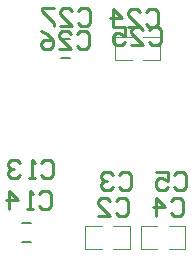
<source format=gbo>
G04 Layer_Color=13813960*
%FSLAX25Y25*%
%MOIN*%
G70*
G01*
G75*
%ADD73C,0.01000*%
%ADD91C,0.00787*%
%ADD93C,0.00394*%
D73*
X214701Y210598D02*
X215701Y211598D01*
X217700D01*
X218700Y210598D01*
Y206600D01*
X217700Y205600D01*
X215701D01*
X214701Y206600D01*
X208703Y205600D02*
X212702D01*
X208703Y209599D01*
Y210598D01*
X209703Y211598D01*
X211702D01*
X212702Y210598D01*
X215801Y219198D02*
X216801Y220198D01*
X218800D01*
X219800Y219198D01*
Y215200D01*
X218800Y214200D01*
X216801D01*
X215801Y215200D01*
X213802Y219198D02*
X212802Y220198D01*
X210803D01*
X209803Y219198D01*
Y218199D01*
X210803Y217199D01*
X211803D01*
X210803D01*
X209803Y216199D01*
Y215200D01*
X210803Y214200D01*
X212802D01*
X213802Y215200D01*
X233201Y210598D02*
X234201Y211598D01*
X236200D01*
X237200Y210598D01*
Y206600D01*
X236200Y205600D01*
X234201D01*
X233201Y206600D01*
X228203Y205600D02*
Y211598D01*
X231202Y208599D01*
X227203D01*
X234301Y219198D02*
X235301Y220198D01*
X237300D01*
X238300Y219198D01*
Y215200D01*
X237300Y214200D01*
X235301D01*
X234301Y215200D01*
X228303Y220198D02*
X232302D01*
Y217199D01*
X230303Y218199D01*
X229303D01*
X228303Y217199D01*
Y215200D01*
X229303Y214200D01*
X231302D01*
X232302Y215200D01*
X189742Y223198D02*
X190741Y224198D01*
X192740D01*
X193740Y223198D01*
Y219200D01*
X192740Y218200D01*
X190741D01*
X189742Y219200D01*
X187742Y218200D02*
X185743D01*
X186742D01*
Y224198D01*
X187742Y223198D01*
X182744D02*
X181744Y224198D01*
X179745D01*
X178745Y223198D01*
Y222199D01*
X179745Y221199D01*
X180744D01*
X179745D01*
X178745Y220199D01*
Y219200D01*
X179745Y218200D01*
X181744D01*
X182744Y219200D01*
X189201Y212848D02*
X190201Y213847D01*
X192200D01*
X193200Y212848D01*
Y208849D01*
X192200Y207849D01*
X190201D01*
X189201Y208849D01*
X187202Y207849D02*
X185203D01*
X186202D01*
Y213847D01*
X187202Y212848D01*
X179204Y207849D02*
Y213847D01*
X182204Y210848D01*
X178205D01*
X224701Y273598D02*
X225701Y274598D01*
X227700D01*
X228700Y273598D01*
Y269600D01*
X227700Y268600D01*
X225701D01*
X224701Y269600D01*
X218703Y268600D02*
X222702D01*
X218703Y272599D01*
Y273598D01*
X219703Y274598D01*
X221702D01*
X222702Y273598D01*
X213705Y268600D02*
Y274598D01*
X216704Y271599D01*
X212705D01*
X225801Y267698D02*
X226801Y268698D01*
X228800D01*
X229800Y267698D01*
Y263700D01*
X228800Y262700D01*
X226801D01*
X225801Y263700D01*
X219803Y262700D02*
X223802D01*
X219803Y266699D01*
Y267698D01*
X220803Y268698D01*
X222802D01*
X223802Y267698D01*
X213805Y268698D02*
X217804D01*
Y265699D01*
X215805Y266699D01*
X214805D01*
X213805Y265699D01*
Y263700D01*
X214805Y262700D01*
X216804D01*
X217804Y263700D01*
X201801Y266198D02*
X202801Y267198D01*
X204800D01*
X205800Y266198D01*
Y262200D01*
X204800Y261200D01*
X202801D01*
X201801Y262200D01*
X195803Y261200D02*
X199802D01*
X195803Y265199D01*
Y266198D01*
X196803Y267198D01*
X198802D01*
X199802Y266198D01*
X189805Y267198D02*
X191805Y266198D01*
X193804Y264199D01*
Y262200D01*
X192804Y261200D01*
X190805D01*
X189805Y262200D01*
Y263199D01*
X190805Y264199D01*
X193804D01*
X202201Y274098D02*
X203201Y275098D01*
X205200D01*
X206200Y274098D01*
Y270100D01*
X205200Y269100D01*
X203201D01*
X202201Y270100D01*
X196203Y269100D02*
X200202D01*
X196203Y273099D01*
Y274098D01*
X197203Y275098D01*
X199202D01*
X200202Y274098D01*
X194204Y275098D02*
X190205D01*
Y274098D01*
X194204Y270100D01*
Y269100D01*
D91*
X183622Y197100D02*
X186378D01*
X183622Y203399D02*
X186378D01*
X196622Y258350D02*
X199378D01*
X196622Y264650D02*
X199378D01*
D93*
X214520Y265437D02*
X220031D01*
X214520Y257563D02*
Y265437D01*
Y257563D02*
X220031D01*
X229480D02*
Y265437D01*
X223969D02*
X229480D01*
X223969Y257563D02*
X229480D01*
X232469Y194563D02*
X237980D01*
X232469Y202437D02*
X237980D01*
Y194563D02*
Y202437D01*
X223020Y194563D02*
X228532D01*
X223020D02*
Y202437D01*
X228532D01*
X204520D02*
X210032D01*
X204520Y194563D02*
X210032D01*
X204520D02*
Y202437D01*
X213968D02*
X219480D01*
Y194563D02*
Y202437D01*
X213968Y194563D02*
X219480D01*
M02*

</source>
